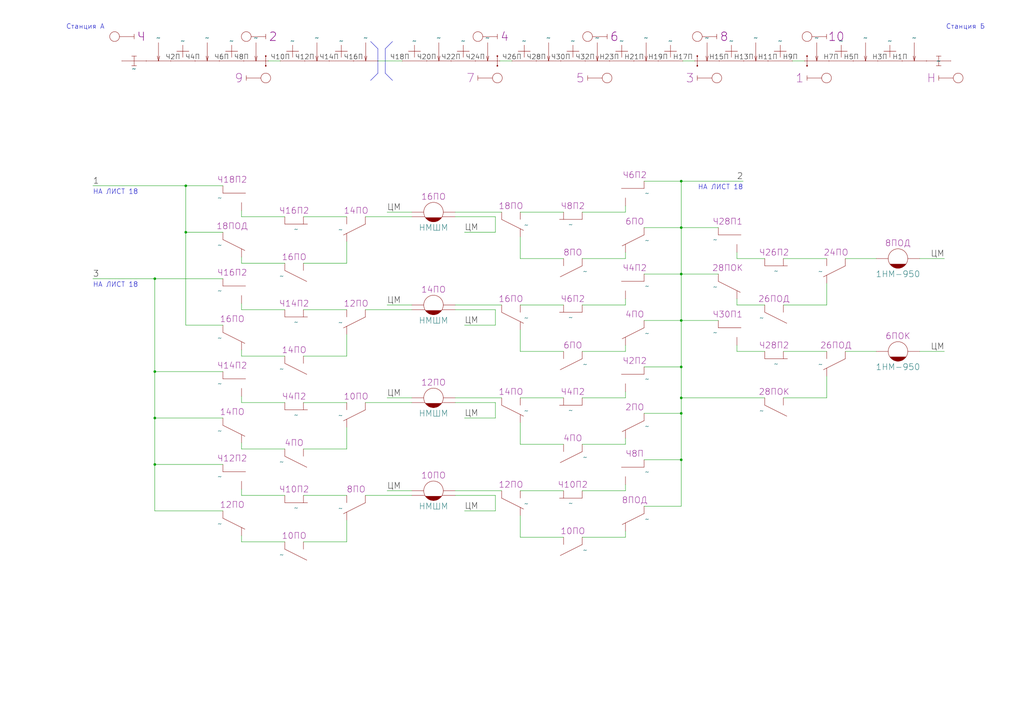
<source format=kicad_sch>
(kicad_sch (version 20231120) (generator "eeschema") (generator_version "8.0")
  (paper "A3")
  (title_block (title "Станция А") (company "МКТ РУТ (МИИТ)") (comment 1 "КП 27.02.03.03.000 ГЧ") (comment 2 "Сафранович") (comment 3 "Бузунова"))
  (lib_symbols
    (symbol "SCB:Изостык" (pin_numbers hide) (pin_names (offset 0) hide)
      (symbol "Изостык_0_1"
        (polyline (pts (xy -1 -2) (xy 1 -2)))
        (polyline (pts (xy 0 -2) (xy 0 2)))
        (polyline (pts (xy 1 2) (xy -1 2)))
      )
      (symbol "Изостык_1_1"
        (unit_name "Одиночный")
        (pin unspecified line (at 0 0 90) (length 0) (name "привязка") (number ""))
      )
      (symbol "Изостык_2_1"
        (unit_name "Со светофором")
        (polyline (pts (xy -5 0) (xy 5 0)))
        (pin unspecified line (at 5 0 180) (length 0) (name "") (number ""))
        (pin unspecified line (at -5 0 0) (length 0) (name "привязка") (number ""))
      )
    )
    (symbol "SCB:Светофор" (pin_numbers hide) (pin_names (offset 0) hide)
      (property "Литера" "?" (at 3 0 0))
      (symbol "Светофор_0_1"
        (circle (center -8 0) (radius 2))
        (polyline (pts (xy 0 -1) (xy 0 1)))
        (polyline (pts (xy 0 0) (xy -6 0)))
      )
    )
    (symbol "SCB:УКСПС" (pin_numbers hide) (pin_names (offset 0) hide)
      (property "Литера" "?УКСПС" (at 0 6 0))
      (symbol "УКСПС_0_1"
        (polyline (pts (xy 0 -2) (xy 0 2)))
      )
      (symbol "УКСПС_1_1"
        (unit_name "Без направления")
        (circle (center 0 -2) (radius 0.25) (fill (type outline)))
        (circle (center 0 2) (radius 0.25) (fill (type outline)))
        (pin unspecified line (at 0 0 90) (length 0) (name "привязка") (number ""))
      )
      (symbol "УКСПС_2_1"
        (unit_name "С направлением")
        (circle (center 0 -2) (radius 0.25) (fill (type outline)))
        (polyline (pts (xy -1.5 2.5) (xy -5.5 2.5)))
        (polyline (pts (xy -5.5 2.5) (xy -4 3) (xy -4 2) (xy -5.5 2.5)) (fill (type outline)))
        (circle (center 0 2) (radius 0.25) (fill (type outline)))
        (pin unspecified line (at 0 0 90) (length 0) (name "привязка") (number ""))
      )
    )
    (symbol "SCB_Relay:Контакт_нейтрального_якоря" (pin_numbers hide) (pin_names hide)
      (property "Обозначение реле" "Н" (at 0 2.54 0))
      (symbol "Контакт_нейтрального_якоря_0_1"
        (polyline (pts (xy -3.81 -3) (xy 5.19 -7.5)))
        (pin bidirectional line (at -3.81 0 270) (length 3) (name "") (number "1"))
      )
      (symbol "Контакт_нейтрального_якоря_1_1"
        (unit_name "Фронтовой-Тыловой")
        (pin bidirectional line (at 3.81 0 270) (length 3) (name "") (number "2"))
        (pin bidirectional line (at 3.81 -10.16 90) (length 3.3) (name "") (number "3"))
      )
      (symbol "Контакт_нейтрального_якоря_2_1"
        (unit_name "Тыловой")
        (pin bidirectional line (at 3.81 -10.16 90) (length 3.3) (name "") (number "3"))
      )
      (symbol "Контакт_нейтрального_якоря_3_1"
        (unit_name "Фронтовой")
        (pin bidirectional line (at 3.81 0 270) (length 3) (name "") (number "2"))
      )
      (symbol "Контакт_нейтрального_якоря_4_1"
        (unit_name "Усиленный перелючающий")
        (polyline (pts (xy 3.81 -10.16) (xy 7.62 -10.16)))
        (polyline (pts (xy 3.81 -8.89) (xy 5.715 -10.16)))
        (polyline (pts (xy 3.81 -6.858) (xy 3.81 -10.16)))
        (polyline (pts (xy 3.81 -1.27) (xy 5.715 0)))
        (polyline (pts (xy 3.81 0) (xy 3.81 -3)))
        (polyline (pts (xy 3.81 0) (xy 7.62 0)))
        (pin bidirectional line (at -3.81 0 270) (length 3) (name "") (number "1"))
        (pin bidirectional line (at 8.89 0 180) (length 2) (name "") (number "2"))
        (pin bidirectional line (at 8.89 -10.16 180) (length 2) (name "") (number "3"))
      )
      (symbol "Контакт_нейтрального_якоря_5_1"
        (unit_name "Усиленный замыкающий")
        (polyline (pts (xy 3.81 -1.27) (xy 5.715 0)))
        (polyline (pts (xy 3.81 0) (xy 3.81 -3)))
        (polyline (pts (xy 3.81 0) (xy 7.62 0)))
        (pin bidirectional line (at 8.89 0 180) (length 2) (name "") (number "2"))
      )
      (symbol "Контакт_нейтрального_якоря_6_1"
        (unit_name "Усиленный размыкающий")
        (polyline (pts (xy 3.81 -8.89) (xy 5.715 -10.16)))
        (polyline (pts (xy 3.81 -6.858) (xy 3.81 -10.16) (xy 6.985 -10.16)))
        (pin bidirectional line (at 8.89 -10.16 180) (length 2) (name "") (number "3"))
      )
      (symbol "Контакт_нейтрального_якоря_7_1"
        (unit_name "С магнитным гашением")
        (polyline (pts (xy 11.43 0) (xy 3.81 0) (xy 3.81 -3)))
        (polyline (pts (xy 3.81 0) (xy 5.5 1) (xy 8.5 -1) (xy 10 0)))
        (pin bidirectional line (at 12.7 0 180) (length 2) (name "") (number "2"))
        (pin bidirectional line (at 3.81 -10.16 90) (length 3.3) (name "") (number "3"))
      )
      (symbol "Контакт_нейтрального_якоря_8_1"
        (unit_name "С безобрывным переключением")
        (arc (start 5.5 -7.5) (mid 6.5355 -5) (end 5.5 -2.5))
        (pin bidirectional line (at 3.81 0 270) (length 3) (name "") (number "2"))
        (pin bidirectional line (at 3.81 -10.16 90) (length 3.3) (name "") (number "3"))
      )
      (symbol "Контакт_нейтрального_якоря_9_1"
        (unit_name "Фронтовой-тыловой термолемента")
        (polyline (pts (xy -3.5 -4.5) (xy -2.5 -5) (xy -2.25 -4.5)))
        (polyline (pts (xy 1.25 -6.5) (xy 1 -7) (xy 2 -7.5)))
        (arc (start 1.25 -6.5) (mid 0.5225 -3.7106) (end -2.25 -4.5))
        (pin bidirectional line (at 3.81 0 270) (length 3) (name "") (number "2"))
        (pin bidirectional line (at 3.81 -10.16 90) (length 3.3) (name "") (number "3"))
      )
      (symbol "Контакт_нейтрального_якоря_10_1"
        (unit_name "Тыловой термолемента")
        (polyline (pts (xy -3.5 -4.5) (xy -2.5 -5) (xy -2.25 -4.5)))
        (polyline (pts (xy 1.25 -6.5) (xy 1 -7) (xy 2 -7.5)))
        (arc (start 1.25 -6.5) (mid 0.5225 -3.7106) (end -2.25 -4.5))
        (pin bidirectional line (at 3.81 -10.16 90) (length 3.3) (name "") (number "3"))
      )
      (symbol "Контакт_нейтрального_якоря_11_1"
        (unit_name "Фронтовой термолемента")
        (polyline (pts (xy -3.5 -4.5) (xy -2.5 -5) (xy -2.25 -4.5)))
        (polyline (pts (xy 1.25 -6.5) (xy 1 -7) (xy 2 -7.5)))
        (arc (start 1.25 -6.5) (mid 0.5225 -3.7106) (end -2.25 -4.5))
        (pin bidirectional line (at 3.81 0 270) (length 3) (name "") (number "2"))
      )
    )
    (symbol "SCB_Relay:Контакт_нейтрального_якоря_НЗ" (pin_numbers hide) (pin_names hide)
      (property "Обозначение реле" "Н" (at 0 2.54 0))
      (symbol "Контакт_нейтрального_якоря_НЗ_0_1"
        (polyline (pts (xy -3.81 -3) (xy 5.5 -3)))
        (pin bidirectional line (at -3.81 0 270) (length 3) (name "") (number "1"))
      )
      (symbol "Контакт_нейтрального_якоря_НЗ_1_1"
        (unit_name "Фронтовой-Тыловой")
        (pin bidirectional line (at 3.81 0 270) (length 3) (name "") (number "2"))
        (pin bidirectional line (at 3.81 -10.16 90) (length 3.3) (name "") (number "3"))
      )
      (symbol "Контакт_нейтрального_якоря_НЗ_2_1"
        (unit_name "Тыловой")
        (pin bidirectional line (at 3.81 -10.16 90) (length 3.3) (name "") (number "3"))
      )
      (symbol "Контакт_нейтрального_якоря_НЗ_3_1"
        (unit_name "Фронтовой")
        (pin bidirectional line (at 3.81 0 270) (length 3) (name "") (number "2"))
      )
      (symbol "Контакт_нейтрального_якоря_НЗ_4_1"
        (unit_name "Усиленный перелючающий")
        (polyline (pts (xy 3.81 -10.16) (xy 7.62 -10.16)))
        (polyline (pts (xy 3.81 -8.89) (xy 5.715 -10.16)))
        (polyline (pts (xy 3.81 -6.858) (xy 3.81 -10.16)))
        (polyline (pts (xy 3.81 -1.27) (xy 5.715 0)))
        (polyline (pts (xy 3.81 0) (xy 3.81 -3)))
        (polyline (pts (xy 3.81 0) (xy 7.62 0)))
        (pin bidirectional line (at -3.81 0 270) (length 3) (name "") (number "1"))
        (pin bidirectional line (at 8.89 0 180) (length 2) (name "") (number "2"))
        (pin bidirectional line (at 8.89 -10.16 180) (length 2) (name "") (number "3"))
      )
      (symbol "Контакт_нейтрального_якоря_НЗ_5_1"
        (unit_name "Усиленный замыкающий")
        (polyline (pts (xy 3.81 -1.27) (xy 5.715 0)))
        (polyline (pts (xy 3.81 0) (xy 3.81 -3)))
        (polyline (pts (xy 3.81 0) (xy 7.62 0)))
        (pin bidirectional line (at 8.89 0 180) (length 2) (name "") (number "2"))
      )
      (symbol "Контакт_нейтрального_якоря_НЗ_6_1"
        (unit_name "Усиленный размыкающий")
        (polyline (pts (xy 3.81 -8.89) (xy 5.715 -10.16)))
        (polyline (pts (xy 3.81 -6.858) (xy 3.81 -10.16) (xy 6.985 -10.16)))
        (pin bidirectional line (at 8.89 -10.16 180) (length 2) (name "") (number "3"))
      )
      (symbol "Контакт_нейтрального_якоря_НЗ_7_1"
        (unit_name "С магнитным гашением")
        (polyline (pts (xy 11.43 0) (xy 3.81 0) (xy 3.81 -3)))
        (polyline (pts (xy 3.81 0) (xy 5.5 1) (xy 8.5 -1) (xy 10 0)))
        (pin bidirectional line (at 12.7 0 180) (length 2) (name "") (number "2"))
        (pin bidirectional line (at 3.81 -10.16 90) (length 3.3) (name "") (number "3"))
      )
      (symbol "Контакт_нейтрального_якоря_НЗ_8_1"
        (unit_name "С безобрывным переключением")
        (arc (start 5.5 -7.5) (mid 6.5355 -5) (end 5.5 -2.5))
        (pin bidirectional line (at 3.81 0 270) (length 3) (name "") (number "2"))
        (pin bidirectional line (at 3.81 -10.16 90) (length 3.3) (name "") (number "3"))
      )
    )
    (symbol "SCB_Relay:Нейтральное_с_замедлением_на_отпуск" (pin_numbers hide) (pin_names (offset 0.002) hide)
      (property "Value" "НМШМ" (at 0 -6.35 0))
      (property "Обозначение реле" "Н" (at 0 6.35 0))
      (symbol "Нейтральное_с_замедлением_на_отпуск_0_1"
        (polyline (pts (xy -3.25 -2.25) (xy 3.25 -2.25) (xy 2.5 -3) (xy 1.778 -3.556) (xy 1.016 -3.81) (xy 0 -4) (xy -1.016 -3.81) (xy -1.778 -3.556) (xy -2.5 -3) (xy -3.25 -2.25)) (fill (type outline)))
        (circle (center 0 0) (radius 4))
      )
      (symbol "Нейтральное_с_замедлением_на_отпуск_1_1"
        (unit_name "Общее")
        (pin power_in line (at -8.89 0 0) (length 4.8) (name "") (number "1"))
        (pin power_in line (at 8.89 0 180) (length 4.8) (name "") (number "4"))
      )
      (symbol "Нейтральное_с_замедлением_на_отпуск_2_1"
        (unit_name "С раздельными")
        (pin power_in line (at -8.89 0 0) (length 4.8) (name "") (number "1"))
        (pin power_in line (at -8.89 -1.905 0) (length 5.3) (name "") (number "2"))
        (pin power_in line (at 8.89 0 180) (length 4.8) (name "") (number "3"))
        (pin power_in line (at 8.89 -1.905 180) (length 5.3) (name "") (number "4"))
      )
    )
    (symbol "SCB_АБТЦ:Генератор_Нитки"
      (symbol "Генератор_Нитки_0_1"
        (polyline (pts (xy 0 0) (xy -0.5 -2)))
        (polyline (pts (xy 0 0) (xy 0 -7.5)))
        (polyline (pts (xy 0 0) (xy 0.5 -2)))
        (polyline (pts (xy 5 0) (xy -5 0)))
      )
      (symbol "Генератор_Нитки_1_1"
        (pin unspecified line (at -5 0 0) (length 0) (name "") (number ""))
        (pin unspecified line (at 5 0 180) (length 0) (name "") (number ""))
      )
    )
    (symbol "SCB_АБТЦ:Приемник_Нитки"
      (symbol "Приемник_Нитки_0_1"
        (polyline (pts (xy -5 0) (xy 5 0)))
        (polyline (pts (xy 0 -1.5) (xy 0 -6.5)))
        (polyline (pts (xy 2.5 -4) (xy -2.5 -4)))
      )
      (symbol "Приемник_Нитки_1_1"
        (pin unspecified line (at -5 0 0) (length 0) (name "") (number ""))
        (pin unspecified line (at 5 0 180) (length 0) (name "") (number ""))
      )
    )
  )
  (junction (at 279.4 169.545))
  (junction (at 63.5 114.3))
  (junction (at 63.5 190.5))
  (junction (at 279.4 74.295))
  (junction (at 279.4 188.595))
  (junction (at 63.5 152.4))
  (junction (at 76.2 76.2))
  (junction (at 279.4 131.445))
  (junction (at 279.4 163.195))
  (junction (at 63.5 171.45))
  (junction (at 279.4 150.495))
  (junction (at 279.4 112.395))
  (junction (at 279.4 93.345))
  (junction (at 76.2 95.25))
  (wire (pts (xy 279.4 74.295) (xy 304.8 74.295)))
  (wire (pts (xy 279.4 163.195) (xy 279.4 150.495)))
  (wire (pts (xy 256.54 198.755) (xy 256.54 201.295)))
  (wire (pts (xy 359.41 144.145) (xy 346.71 144.145)))
  (wire (pts (xy 76.2 95.25) (xy 91.44 95.25)))
  (wire (pts (xy 264.16 169.545) (xy 279.4 169.545)))
  (wire (pts (xy 256.54 106.045) (xy 238.76 106.045)))
  (wire (pts (xy 256.54 201.295) (xy 238.76 201.295)))
  (wire (pts (xy 149.86 127) (xy 168.91 127)))
  (wire (pts (xy 142.24 99.06) (xy 142.24 107.95)))
  (wire (pts (xy 142.24 146.05) (xy 124.46 146.05)))
  (wire (pts (xy 280 25) (xy 285 25)))
  (wire (pts (xy 279.4 131.445) (xy 294.64 131.445)))
  (wire (pts (xy 387.35 144.145) (xy 377.19 144.145)))
  (wire (pts (xy 142.24 137.16) (xy 142.24 146.05)))
  (wire (pts (xy 124.46 203.2) (xy 142.24 203.2)))
  (wire (pts (xy 264.16 207.645) (xy 279.4 207.645)))
  (wire (pts (xy 186.69 163.195) (xy 205.74 163.195)))
  (wire (pts (xy 99.06 88.9) (xy 116.84 88.9)))
  (wire (pts (xy 63.5 171.45) (xy 63.5 152.4)))
  (wire (pts (xy 339.09 106.045) (xy 321.31 106.045)))
  (wire (pts (xy 279.4 74.295) (xy 264.16 74.295)))
  (wire (pts (xy 149.86 203.2) (xy 168.91 203.2)))
  (wire (pts (xy 279.4 188.595) (xy 279.4 207.645)))
  (wire (pts (xy 63.5 152.4) (xy 63.5 114.3)))
  (wire (pts (xy 279.4 93.345) (xy 279.4 112.395)))
  (wire (pts (xy 190.5 95.25) (xy 203.2 95.25)))
  (wire (pts (xy 63.5 171.45) (xy 91.44 171.45)))
  (wire (pts (xy 99.06 105.41) (xy 99.06 107.95)))
  (wire (pts (xy 142.24 213.36) (xy 142.24 222.25)))
  (wire (pts (xy 186.69 201.295) (xy 205.74 201.295)))
  (wire (pts (xy 186.69 125.095) (xy 205.74 125.095)))
  (wire (pts (xy 205 25) (xy 210 25)))
  (wire (pts (xy 256.54 182.245) (xy 238.76 182.245)))
  (wire (pts (xy 99.06 86.36) (xy 99.06 88.9)))
  (wire (pts (xy 256.54 144.145) (xy 238.76 144.145)))
  (wire (pts (xy 325 25) (xy 330 25)))
  (wire (pts (xy 63.5 190.5) (xy 91.44 190.5)))
  (wire (pts (xy 313.69 144.145) (xy 302.26 144.145)))
  (wire (pts (xy 203.2 165.1) (xy 186.69 165.1)))
  (wire (pts (xy 213.36 106.045) (xy 231.14 106.045)))
  (wire (pts (xy 142.24 184.15) (xy 124.46 184.15)))
  (wire (pts (xy 76.2 76.2) (xy 76.2 95.25)))
  (wire (pts (xy 91.44 133.35) (xy 76.2 133.35)))
  (wire (pts (xy 99.06 146.05) (xy 116.84 146.05)))
  (wire (pts (xy 203.2 171.45) (xy 203.2 165.1)))
  (wire (pts (xy 279.4 74.295) (xy 279.4 93.345)))
  (wire (pts (xy 279.4 112.395) (xy 279.4 131.445)))
  (wire (pts (xy 231.14 201.295) (xy 213.36 201.295)))
  (wire (pts (xy 213.36 97.155) (xy 213.36 106.045)))
  (wire (pts (xy 158.75 86.995) (xy 168.91 86.995)))
  (polyline (pts (xy 155 20) (xy 155 30)))
  (wire (pts (xy 63.5 209.55) (xy 63.5 190.5)))
  (wire (pts (xy 99.06 222.25) (xy 116.84 222.25)))
  (wire (pts (xy 279.4 169.545) (xy 279.4 163.195)))
  (polyline (pts (xy 158 20) (xy 158 30)))
  (wire (pts (xy 256.54 103.505) (xy 256.54 106.045)))
  (wire (pts (xy 387.35 106.045) (xy 377.19 106.045)))
  (wire (pts (xy 302.26 122.555) (xy 302.26 125.095)))
  (wire (pts (xy 203.2 88.9) (xy 186.69 88.9)))
  (wire (pts (xy 279.4 131.445) (xy 279.4 150.495)))
  (polyline (pts (xy 158 30) (xy 161 33)))
  (wire (pts (xy 149.86 88.9) (xy 168.91 88.9)))
  (wire (pts (xy 158.75 201.295) (xy 168.91 201.295)))
  (wire (pts (xy 190.5 133.35) (xy 203.2 133.35)))
  (wire (pts (xy 279.4 163.195) (xy 313.69 163.195)))
  (wire (pts (xy 231.14 163.195) (xy 213.36 163.195)))
  (wire (pts (xy 203.2 95.25) (xy 203.2 88.9)))
  (wire (pts (xy 213.36 135.255) (xy 213.36 144.145)))
  (wire (pts (xy 99.06 184.15) (xy 116.84 184.15)))
  (wire (pts (xy 99.06 181.61) (xy 99.06 184.15)))
  (wire (pts (xy 279.4 131.445) (xy 264.16 131.445)))
  (wire (pts (xy 124.46 165.1) (xy 142.24 165.1)))
  (wire (pts (xy 99.06 124.46) (xy 99.06 127)))
  (wire (pts (xy 76.2 95.25) (xy 76.2 133.35)))
  (wire (pts (xy 142.24 107.95) (xy 124.46 107.95)))
  (wire (pts (xy 99.06 107.95) (xy 116.84 107.95)))
  (wire (pts (xy 256.54 122.555) (xy 256.54 125.095)))
  (wire (pts (xy 213.36 211.455) (xy 213.36 220.345)))
  (wire (pts (xy 99.06 219.71) (xy 99.06 222.25)))
  (wire (pts (xy 339.09 144.145) (xy 321.31 144.145)))
  (wire (pts (xy 213.36 173.355) (xy 213.36 182.245)))
  (wire (pts (xy 99.06 165.1) (xy 116.84 165.1)))
  (wire (pts (xy 149.86 165.1) (xy 168.91 165.1)))
  (wire (pts (xy 142.24 175.26) (xy 142.24 184.15)))
  (wire (pts (xy 238.76 220.345) (xy 256.54 220.345)))
  (wire (pts (xy 279.4 150.495) (xy 264.16 150.495)))
  (wire (pts (xy 339.09 116.205) (xy 339.09 125.095)))
  (wire (pts (xy 99.06 200.66) (xy 99.06 203.2)))
  (wire (pts (xy 256.54 217.805) (xy 256.54 220.345)))
  (wire (pts (xy 155 25) (xy 165 25)))
  (wire (pts (xy 124.46 127) (xy 142.24 127)))
  (wire (pts (xy 302.26 103.505) (xy 302.26 106.045)))
  (wire (pts (xy 231.14 86.995) (xy 213.36 86.995)))
  (wire (pts (xy 302.26 125.095) (xy 313.69 125.095)))
  (wire (pts (xy 256.54 86.995) (xy 238.76 86.995)))
  (wire (pts (xy 190.5 209.55) (xy 203.2 209.55)))
  (polyline (pts (xy 152 17) (xy 155 20)))
  (wire (pts (xy 213.36 182.245) (xy 231.14 182.245)))
  (wire (pts (xy 231.14 125.095) (xy 213.36 125.095)))
  (wire (pts (xy 63.5 114.3) (xy 38.1 114.3)))
  (wire (pts (xy 99.06 162.56) (xy 99.06 165.1)))
  (wire (pts (xy 339.09 163.195) (xy 321.31 163.195)))
  (wire (pts (xy 203.2 127) (xy 186.69 127)))
  (wire (pts (xy 99.06 143.51) (xy 99.06 146.05)))
  (wire (pts (xy 142.24 222.25) (xy 124.46 222.25)))
  (wire (pts (xy 256.54 163.195) (xy 238.76 163.195)))
  (wire (pts (xy 256.54 141.605) (xy 256.54 144.145)))
  (wire (pts (xy 158.75 163.195) (xy 168.91 163.195)))
  (wire (pts (xy 76.2 76.2) (xy 91.44 76.2)))
  (wire (pts (xy 190.5 171.45) (xy 203.2 171.45)))
  (wire (pts (xy 63.5 152.4) (xy 91.44 152.4)))
  (wire (pts (xy 279.4 93.345) (xy 264.16 93.345)))
  (wire (pts (xy 279.4 93.345) (xy 294.64 93.345)))
  (wire (pts (xy 99.06 127) (xy 116.84 127)))
  (polyline (pts (xy 161 17) (xy 158 20)))
  (wire (pts (xy 110 25) (xy 115 25)))
  (wire (pts (xy 213.36 220.345) (xy 231.14 220.345)))
  (wire (pts (xy 186.69 86.995) (xy 205.74 86.995)))
  (wire (pts (xy 63.5 209.55) (xy 91.44 209.55)))
  (wire (pts (xy 256.54 84.455) (xy 256.54 86.995)))
  (wire (pts (xy 339.09 154.305) (xy 339.09 163.195)))
  (wire (pts (xy 63.5 114.3) (xy 91.44 114.3)))
  (wire (pts (xy 264.16 188.595) (xy 279.4 188.595)))
  (wire (pts (xy 279.4 112.395) (xy 264.16 112.395)))
  (wire (pts (xy 279.4 169.545) (xy 279.4 188.595)))
  (wire (pts (xy 294.64 112.395) (xy 279.4 112.395)))
  (wire (pts (xy 213.36 144.145) (xy 231.14 144.145)))
  (wire (pts (xy 158.75 125.095) (xy 168.91 125.095)))
  (wire (pts (xy 203.2 209.55) (xy 203.2 203.2)))
  (wire (pts (xy 63.5 190.5) (xy 63.5 171.45)))
  (wire (pts (xy 256.54 179.705) (xy 256.54 182.245)))
  (wire (pts (xy 359.41 106.045) (xy 346.71 106.045)))
  (wire (pts (xy 256.54 160.655) (xy 256.54 163.195)))
  (wire (pts (xy 203.2 203.2) (xy 186.69 203.2)))
  (wire (pts (xy 339.09 125.095) (xy 321.31 125.095)))
  (wire (pts (xy 302.26 141.605) (xy 302.26 144.145)))
  (wire (pts (xy 313.69 106.045) (xy 302.26 106.045)))
  (wire (pts (xy 203.2 133.35) (xy 203.2 127)))
  (polyline (pts (xy 152 33) (xy 155 30)))
  (wire (pts (xy 99.06 203.2) (xy 116.84 203.2)))
  (wire (pts (xy 256.54 125.095) (xy 238.76 125.095)))
  (wire (pts (xy 76.2 76.2) (xy 38.1 76.2)))
  (wire (pts (xy 124.46 88.9) (xy 142.24 88.9)))
  (text "НА ЛИСТ 18" (at 304.8 76.835 0) (effects (font (size 2 2)) (justify right)))
  (text "Станция А" (at 35 11 0) (effects (font (size 2 2))))
  (text "НА ЛИСТ 18" (at 38.1 78.74 0) (effects (font (size 2 2)) (justify left)))
  (text "НА ЛИСТ 18" (at 38.1 116.84 0) (effects (font (size 2 2)) (justify left)))
  (text "Станция Б" (at 396 11 0) (effects (font (size 2 2))))
  (label "3" (at 38.1 114.3 0) (effects (font (size 2.5 2.5))) (property "Netclass" "Цепь" (effects (hide yes))))
  (label "Ч28П" (at 216 25 0) (effects (font (size 2 2))) (property "Netclass" "Рельсы" (effects (hide yes))))
  (label "Ч16П" (at 141 25 0) (effects (font (size 2 2))) (property "Netclass" "Рельсы" (effects (hide yes))))
  (label "Н21П" (at 256 25 0) (effects (font (size 2 2))) (property "Netclass" "Рельсы" (effects (hide yes))))
  (label "Н1П" (at 366 25 0) (effects (font (size 2 2))) (property "Netclass" "Рельсы" (effects (hide yes))))
  (label "ЦМ" (at 387.35 106.045 180) (effects (font (size 2.5 2.5))) (property "Netclass" "Цепь" (effects (hide yes))))
  (label "Н9П" (at 321 25 0) (effects (font (size 2 2))) (property "Netclass" "Рельсы" (effects (hide yes))))
  (label "ЦМ" (at 190.5 133.35 0) (effects (font (size 2.5 2.5))) (property "Netclass" "Цепь" (effects (hide yes))))
  (label "ЦМ" (at 387.35 144.145 180) (effects (font (size 2.5 2.5))) (property "Netclass" "Цепь" (effects (hide yes))))
  (label "Н11П" (at 319 25 180) (effects (font (size 2 2))) (property "Netclass" "Рельсы" (effects (hide yes))))
  (label "Ч24П" (at 191 25 0) (effects (font (size 2 2))) (property "Netclass" "Рельсы" (effects (hide yes))))
  (label "Ч12П" (at 121 25 0) (effects (font (size 2 2))) (property "Netclass" "Рельсы" (effects (hide yes))))
  (label "ЦМ" (at 190.5 171.45 0) (effects (font (size 2.5 2.5))) (property "Netclass" "Цепь" (effects (hide yes))))
  (label "Н3П" (at 364 25 180) (effects (font (size 2 2))) (property "Netclass" "Рельсы" (effects (hide yes))))
  (label "Ч6П" (at 94 25 180) (effects (font (size 2 2))) (property "Netclass" "Рельсы" (effects (hide yes))))
  (label "Ч10П" (at 119 25 180) (effects (font (size 2 2))) (property "Netclass" "Рельсы" (effects (hide yes))))
  (label "Н17П" (at 276 25 0) (effects (font (size 2 2))) (property "Netclass" "Рельсы" (effects (hide yes))))
  (label "ЦМ" (at 158.75 125.095 0) (effects (font (size 2.5 2.5))) (property "Netclass" "Цепь" (effects (hide yes))))
  (label "Н15П" (at 299 25 180) (effects (font (size 2 2))) (property "Netclass" "Рельсы" (effects (hide yes))))
  (label "Ч18П" (at 168 25 180) (effects (font (size 2 2))) (property "Netclass" "Рельсы" (effects (hide yes))))
  (label "Н5П" (at 346 25 0) (effects (font (size 2 2))) (property "Netclass" "Рельсы" (effects (hide yes))))
  (label "Ч26П" (at 214 25 180) (effects (font (size 2 2))) (property "Netclass" "Рельсы" (effects (hide yes))))
  (label "Н23П" (at 254 25 180) (effects (font (size 2 2))) (property "Netclass" "Рельсы" (effects (hide yes))))
  (label "Ч8П" (at 96 25 0) (effects (font (size 2 2))) (property "Netclass" "Рельсы" (effects (hide yes))))
  (label "ЦМ" (at 190.5 95.25 0) (effects (font (size 2.5 2.5))) (property "Netclass" "Цепь" (effects (hide yes))))
  (label "2" (at 304.8 74.295 180) (effects (font (size 2.5 2.5))) (property "Netclass" "Цепь" (effects (hide yes))))
  (label "Н7П" (at 344 25 180) (effects (font (size 2 2))) (property "Netclass" "Рельсы" (effects (hide yes))))
  (label "Ч4П" (at 76 25 0) (effects (font (size 2 2))) (property "Netclass" "Рельсы" (effects (hide yes))))
  (label "Ч30П" (at 234 25 180) (effects (font (size 2 2))) (property "Netclass" "Рельсы" (effects (hide yes))))
  (label "Ч20П" (at 171 25 0) (effects (font (size 2 2))) (property "Netclass" "Рельсы" (effects (hide yes))))
  (label "Ч2П" (at 74 25 180) (effects (font (size 2 2))) (property "Netclass" "Рельсы" (effects (hide yes))))
  (label "ЦМ" (at 190.5 209.55 0) (effects (font (size 2.5 2.5))) (property "Netclass" "Цепь" (effects (hide yes))))
  (label "Ч14П" (at 139 25 180) (effects (font (size 2 2))) (property "Netclass" "Рельсы" (effects (hide yes))))
  (label "Н13П" (at 301 25 0) (effects (font (size 2 2))) (property "Netclass" "Рельсы" (effects (hide yes))))
  (label "ЦМ" (at 158.75 201.295 0) (effects (font (size 2.5 2.5))) (property "Netclass" "Цепь" (effects (hide yes))))
  (label "ЦМ" (at 158.75 163.195 0) (effects (font (size 2.5 2.5))) (property "Netclass" "Цепь" (effects (hide yes))))
  (label "Н19П" (at 274 25 180) (effects (font (size 2 2))) (property "Netclass" "Рельсы" (effects (hide yes))))
  (label "ЦМ" (at 158.75 86.995 0) (effects (font (size 2.5 2.5))) (property "Netclass" "Цепь" (effects (hide yes))))
  (label "1" (at 38.1 76.2 0) (effects (font (size 2.5 2.5))) (property "Netclass" "Цепь" (effects (hide yes))))
  (label "Ч32П" (at 236 25 0) (effects (font (size 2 2))) (property "Netclass" "Рельсы" (effects (hide yes))))
  (label "Ч22П" (at 189 25 180) (effects (font (size 2 2))) (property "Netclass" "Рельсы" (effects (hide yes))))
  (symbol (lib_id "SCB_Relay:Контакт_нейтрального_якоря") (at 298.45 112.395 0) (unit 2)
    (property "Reference" "Н1121" (effects (hide yes)))
    (property "Value" "~" (at 293.37 117.645 0) (effects (font (size 2.5 2.5))))
    (property "Обозначение реле" "28ПОК" (at 298.45 109.855 0) (effects (font (size 2.5 2.5))))
  )
  (symbol (lib_name "SCB_Relay:Контакт_нейтрального_якоря") (lib_id "SCB_Relay:Контакт_нейтрального_якоря") (at 95.25 209.55 0) (unit 2)
    (property "Reference" "Н111111" (effects (hide yes)))
    (property "Value" "~" (at 90.17 214.8 0) (effects (font (size 2.5 2.5))))
    (property "Обозначение реле" "12ПО" (at 95.25 207.01 0) (effects (font (size 2.5 2.5))))
  )
  (symbol (lib_id "SCB:Светофор") (at 241 32 180) (unit 1)
    (property "Reference" "Светофор11111" (effects (hide yes)))
    (property "Литера" "5" (at 238 32 0) (effects (font (size 3.5 3.5))))
  )
  (symbol (lib_name "SCB_Relay:Контакт_нейтрального_якоря") (lib_id "SCB_Relay:Контакт_нейтрального_якоря") (at 260.35 207.645 0) (mirror y) (unit 2)
    (property "Reference" "Н1111131" (effects (hide yes)))
    (property "Value" "~" (at 265.43 212.895 0) (effects (font (size 2.5 2.5))))
    (property "Обозначение реле" "8ПОД" (at 260.35 205.105 0) (effects (font (size 2.5 2.5))))
  )
  (symbol (lib_id "SCB_Relay:Контакт_нейтрального_якоря_НЗ") (at 260.35 188.595 0) (mirror y) (unit 2)
    (property "Reference" "Н131114" (effects (hide yes)))
    (property "Value" "~" (at 265.43 193.525 0) (effects (font (size 2.5 2.5))))
    (property "Обозначение реле" "Ч8П" (at 260.35 186.055 0) (effects (font (size 2.5 2.5))))
  )
  (symbol (lib_name "SCB_АБТЦ:Генератор_Нитки") (lib_id "SCB_АБТЦ:Генератор_Нитки") (at 85 25 180) (unit 1)
    (property "Reference" "Генератор1111111" (effects (hide yes)))
    (property "Value" "~" (at 85 15.48 0) (effects (font (size 2.5 2.5))))
  )
  (symbol (lib_name "SCB_АБТЦ:Генератор_Нитки") (lib_id "SCB_АБТЦ:Генератор_Нитки") (at 355 25 180) (unit 1)
    (property "Reference" "Генератор11111191" (effects (hide yes)))
    (property "Value" "~" (at 355 15.48 0) (effects (font (size 2.5 2.5))))
  )
  (symbol (lib_name "SCB_АБТЦ:Генератор_Нитки") (lib_id "SCB_АБТЦ:Генератор_Нитки") (at 105 25 180) (unit 1)
    (property "Reference" "Генератор1111121" (effects (hide yes)))
    (property "Value" "~" (at 105 15.48 0) (effects (font (size 2.5 2.5))))
  )
  (symbol (lib_name "SCB_Relay:Контакт_нейтрального_якоря_НЗ") (lib_id "SCB_Relay:Контакт_нейтрального_якоря_НЗ") (at 95.25 152.4 0) (unit 2)
    (property "Reference" "Н131111" (effects (hide yes)))
    (property "Value" "~" (at 90.17 157.33 0) (effects (font (size 2.5 2.5))))
    (property "Обозначение реле" "Ч14П2" (at 95.25 149.86 0) (effects (font (size 2.5 2.5))))
  )
  (symbol (lib_name "SCB_Relay:Контакт_нейтрального_якоря") (lib_id "SCB_Relay:Контакт_нейтрального_якоря") (at 120.65 146.05 0) (unit 3)
    (property "Reference" "Н1121" (effects (hide yes)))
    (property "Value" "~" (at 115.57 151.3 0) (effects (font (size 2.5 2.5))))
    (property "Обозначение реле" "14ПО" (at 120.65 143.51 0) (effects (font (size 2.5 2.5))))
  )
  (symbol (lib_name "SCB_Relay:Контакт_нейтрального_якоря") (lib_id "SCB_Relay:Контакт_нейтрального_якоря") (at 120.65 184.15 0) (unit 3)
    (property "Reference" "Н1122" (effects (hide yes)))
    (property "Value" "~" (at 115.57 189.4 0) (effects (font (size 2.5 2.5))))
    (property "Обозначение реле" "4ПО" (at 120.65 181.61 0) (effects (font (size 2.5 2.5))))
  )
  (symbol (lib_name "SCB_Relay:Контакт_нейтрального_якоря_НЗ") (lib_id "SCB_Relay:Контакт_нейтрального_якоря_НЗ") (at 234.95 163.195 0) (mirror y) (unit 3)
    (property "Reference" "Н11112" (effects (hide yes)))
    (property "Value" "~" (at 234.105 168.275 0) (effects (font (size 2.5 2.5))))
    (property "Обозначение реле" "Ч4П2" (at 234.95 160.655 0) (effects (font (size 2.5 2.5))))
  )
  (symbol (lib_name "SCB_Relay:Контакт_нейтрального_якоря") (lib_id "SCB_Relay:Контакт_нейтрального_якоря") (at 209.55 125.095 0) (unit 1)
    (property "Reference" "Н11211" (effects (hide yes)))
    (property "Value" "~" (at 215.9 130.345 0) (effects (font (size 2.5 2.5))))
    (property "Обозначение реле" "16ПО" (at 209.55 122.555 0) (effects (font (size 2.5 2.5))))
  )
  (symbol (lib_id "SCB:Светофор") (at 385 32 180) (unit 1)
    (property "Reference" "Светофор1131" (effects (hide yes)))
    (property "Литера" "Н" (at 382 32 0) (effects (font (size 3.5 3.5))))
  )
  (symbol (lib_name "SCB_Relay:Контакт_нейтрального_якоря") (lib_id "SCB_Relay:Контакт_нейтрального_якоря") (at 120.65 222.25 0) (unit 3)
    (property "Reference" "Н1123" (effects (hide yes)))
    (property "Value" "~" (at 115.57 227.5 0) (effects (font (size 2.5 2.5))))
    (property "Обозначение реле" "10ПО" (at 120.65 219.71 0) (effects (font (size 2.5 2.5))))
  )
  (symbol (lib_name "SCB_Relay:Контакт_нейтрального_якоря") (lib_id "SCB_Relay:Контакт_нейтрального_якоря") (at 146.05 127 0) (mirror y) (unit 1)
    (property "Reference" "Н1111" (effects (hide yes)))
    (property "Value" "~" (at 139.7 132.25 0) (effects (font (size 2.5 2.5))))
    (property "Обозначение реле" "12ПО" (at 146.05 124.46 0) (effects (font (size 2.5 2.5))))
  )
  (symbol (lib_name "SCB_АБТЦ:Генератор_Нитки") (lib_id "SCB_АБТЦ:Генератор_Нитки") (at 265 25 180) (unit 1)
    (property "Reference" "Генератор11111151" (effects (hide yes)))
    (property "Value" "~" (at 265 15.48 0) (effects (font (size 2.5 2.5))))
  )
  (symbol (lib_name "SCB_Relay:Контакт_нейтрального_якоря") (lib_id "SCB_Relay:Контакт_нейтрального_якоря") (at 95.25 171.45 0) (unit 2)
    (property "Reference" "Н111111" (effects (hide yes)))
    (property "Value" "~" (at 90.17 176.7 0) (effects (font (size 2.5 2.5))))
    (property "Обозначение реле" "14ПО" (at 95.25 168.91 0) (effects (font (size 2.5 2.5))))
  )
  (symbol (lib_name "SCB_АБТЦ:Приемник_Нитки") (lib_id "SCB_АБТЦ:Приемник_Нитки") (at 95 25 180) (unit 1)
    (property "Reference" "Приемник11121" (effects (hide yes)))
    (property "Value" "~" (at 95 16.75 0) (effects (font (size 2.5 2.5))))
  )
  (symbol (lib_name "SCB_Relay:Контакт_нейтрального_якоря_НЗ") (lib_id "SCB_Relay:Контакт_нейтрального_якоря_НЗ") (at 260.35 150.495 0) (mirror y) (unit 2)
    (property "Reference" "Н131114" (effects (hide yes)))
    (property "Value" "~" (at 265.43 155.425 0) (effects (font (size 2.5 2.5))))
    (property "Обозначение реле" "Ч2П2" (at 260.35 147.955 0) (effects (font (size 2.5 2.5))))
  )
  (symbol (lib_name "SCB_Relay:Контакт_нейтрального_якоря_НЗ") (lib_id "SCB_Relay:Контакт_нейтрального_якоря_НЗ") (at 234.95 86.995 0) (mirror y) (unit 3)
    (property "Reference" "Н1114" (effects (hide yes)))
    (property "Value" "~" (at 234.105 92.075 0) (effects (font (size 2.5 2.5))))
    (property "Обозначение реле" "Ч8П2" (at 234.95 84.455 0) (effects (font (size 2.5 2.5))))
  )
  (symbol (lib_id "SCB_Relay:Нейтральное_с_замедлением_на_отпуск") (at 177.8 86.995 0) (unit 2)
    (property "Reference" "Н11" (effects (hide yes)))
    (property "Value" "НМШМ" (at 177.8 93.345 0) (effects (font (size 2.5 2.5))))
    (property "Обозначение реле" "16ПО" (at 177.8 80.645 0) (effects (font (size 2.5 2.5))))
  )
  (symbol (lib_name "SCB_Relay:Контакт_нейтрального_якоря") (lib_id "SCB_Relay:Контакт_нейтрального_якоря") (at 146.05 203.2 0) (mirror y) (unit 1)
    (property "Reference" "Н11151" (effects (hide yes)))
    (property "Value" "~" (at 139.7 208.45 0) (effects (font (size 2.5 2.5))))
    (property "Обозначение реле" "8ПО" (at 146.05 200.66 0) (effects (font (size 2.5 2.5))))
  )
  (symbol (lib_name "SCB_Relay:Контакт_нейтрального_якоря_НЗ") (lib_id "SCB_Relay:Контакт_нейтрального_якоря_НЗ") (at 120.65 165.1 0) (unit 3)
    (property "Reference" "Н1113" (effects (hide yes)))
    (property "Value" "~" (at 121.495 170.18 0) (effects (font (size 2.5 2.5))))
    (property "Обозначение реле" "Ч4П2" (at 120.65 162.56 0) (effects (font (size 2.5 2.5))))
  )
  (symbol (lib_id "SCB:УКСПС") (at 331 25 0) (unit 1)
    (property "Reference" "УКСПС131" (effects (hide yes)))
    (property "Литера" "?УКСПС" (effects (hide yes)))
  )
  (symbol (lib_name "SCB_АБТЦ:Генератор_Нитки") (lib_id "SCB_АБТЦ:Генератор_Нитки") (at 335 25 180) (unit 1)
    (property "Reference" "Генератор11111181" (effects (hide yes)))
    (property "Value" "~" (at 335 15.48 0) (effects (font (size 2.5 2.5))))
  )
  (symbol (lib_name "SCB_Relay:Контакт_нейтрального_якоря_НЗ") (lib_id "SCB_Relay:Контакт_нейтрального_якоря_НЗ") (at 95.25 76.2 0) (unit 2)
    (property "Reference" "Н1311" (effects (hide yes)))
    (property "Value" "~" (at 90.17 81.13 0) (effects (font (size 2.5 2.5))))
    (property "Обозначение реле" "Ч18П2" (at 95.25 73.66 0) (effects (font (size 2.5 2.5))))
  )
  (symbol (lib_name "SCB_АБТЦ:Приемник_Нитки") (lib_id "SCB_АБТЦ:Приемник_Нитки") (at 190 25 180) (unit 1)
    (property "Reference" "Приемник11111121" (effects (hide yes)))
    (property "Value" "~" (at 190 16.75 0) (effects (font (size 2.5 2.5))))
  )
  (symbol (lib_name "SCB_Relay:Контакт_нейтрального_якоря") (lib_id "SCB_Relay:Контакт_нейтрального_якоря") (at 234.95 182.245 0) (mirror y) (unit 3)
    (property "Reference" "Н11213" (effects (hide yes)))
    (property "Value" "~" (at 240.03 187.495 0) (effects (font (size 2.5 2.5))))
    (property "Обозначение реле" "4ПО" (at 234.95 179.705 0) (effects (font (size 2.5 2.5))))
  )
  (symbol (lib_name "SCB_Relay:Контакт_нейтрального_якоря_НЗ") (lib_id "SCB_Relay:Контакт_нейтрального_якоря_НЗ") (at 260.35 74.295 0) (mirror y) (unit 2)
    (property "Reference" "Н13111" (effects (hide yes)))
    (property "Value" "~" (at 265.43 79.225 0) (effects (font (size 2.5 2.5))))
    (property "Обозначение реле" "Ч6П2" (at 260.35 71.755 0) (effects (font (size 2.5 2.5))))
  )
  (symbol (lib_name "SCB_АБТЦ:Приемник_Нитки") (lib_id "SCB_АБТЦ:Приемник_Нитки") (at 215 25 180) (unit 1)
    (property "Reference" "Приемник1111131" (effects (hide yes)))
    (property "Value" "~" (at 215 16.75 0) (effects (font (size 2.5 2.5))))
  )
  (symbol (lib_name "SCB_Relay:Контакт_нейтрального_якоря") (lib_id "SCB_Relay:Контакт_нейтрального_якоря") (at 146.05 165.1 0) (mirror y) (unit 1)
    (property "Reference" "Н1115" (effects (hide yes)))
    (property "Value" "~" (at 139.7 170.35 0) (effects (font (size 2.5 2.5))))
    (property "Обозначение реле" "10ПО" (at 146.05 162.56 0) (effects (font (size 2.5 2.5))))
  )
  (symbol (lib_id "SCB:Светофор") (at 109 15 0) (unit 1)
    (property "Reference" "Светофор131" (effects (hide yes)))
    (property "Литера" "2" (at 112 15 0) (effects (font (size 3.5 3.5))))
  )
  (symbol (lib_name "SCB_АБТЦ:Приемник_Нитки") (lib_id "SCB_АБТЦ:Приемник_Нитки") (at 75 25 180) (unit 1)
    (property "Reference" "Приемник11111" (effects (hide yes)))
    (property "Value" "~" (at 75 16.75 0) (effects (font (size 2.5 2.5))))
  )
  (symbol (lib_id "SCB:УКСПС") (at 286 25 0) (unit 1)
    (property "Reference" "УКСПС121" (effects (hide yes)))
    (property "Литера" "?УКСПС" (effects (hide yes)))
  )
  (symbol (lib_name "SCB_Relay:Контакт_нейтрального_якоря_НЗ") (lib_id "SCB_Relay:Контакт_нейтрального_якоря_НЗ") (at 120.65 88.9 0) (unit 3)
    (property "Reference" "Н113" (effects (hide yes)))
    (property "Value" "~" (at 121.495 93.98 0) (effects (font (size 2.5 2.5))))
    (property "Обозначение реле" "Ч16П2" (at 120.65 86.36 0) (effects (font (size 2.5 2.5))))
  )
  (symbol (lib_id "SCB:Светофор") (at 204 15 0) (unit 1)
    (property "Reference" "Светофор1121" (effects (hide yes)))
    (property "Литера" "4" (at 207 15 0) (effects (font (size 3.5 3.5))))
  )
  (symbol (lib_name "SCB_АБТЦ:Приемник_Нитки") (lib_id "SCB_АБТЦ:Приемник_Нитки") (at 345 25 180) (unit 1)
    (property "Reference" "Приемник1111191" (effects (hide yes)))
    (property "Value" "~" (at 345 16.75 0) (effects (font (size 2.5 2.5))))
  )
  (symbol (lib_id "SCB:УКСПС") (at 204 25 0) (unit 1)
    (property "Reference" "УКСПС111" (effects (hide yes)))
    (property "Литера" "?УКСПС" (effects (hide yes)))
  )
  (symbol (lib_name "SCB_Relay:Контакт_нейтрального_якоря") (lib_id "SCB_Relay:Контакт_нейтрального_якоря") (at 234.95 106.045 0) (mirror y) (unit 3)
    (property "Reference" "Н1124" (effects (hide yes)))
    (property "Value" "~" (at 240.03 111.295 0) (effects (font (size 2.5 2.5))))
    (property "Обозначение реле" "8ПО" (at 234.95 103.505 0) (effects (font (size 2.5 2.5))))
  )
  (symbol (lib_name "SCB_АБТЦ:Приемник_Нитки") (lib_id "SCB_АБТЦ:Приемник_Нитки") (at 275 25 180) (unit 1)
    (property "Reference" "Приемник1111161" (effects (hide yes)))
    (property "Value" "~" (at 275 16.75 0) (effects (font (size 2.5 2.5))))
  )
  (symbol (lib_name "SCB_Relay:Контакт_нейтрального_якоря_НЗ") (lib_id "SCB_Relay:Контакт_нейтрального_якоря_НЗ") (at 95.25 190.5 0) (unit 2)
    (property "Reference" "Н131112" (effects (hide yes)))
    (property "Value" "~" (at 90.17 195.43 0) (effects (font (size 2.5 2.5))))
    (property "Обозначение реле" "Ч12П2" (at 95.25 187.96 0) (effects (font (size 2.5 2.5))))
  )
  (symbol (lib_name "SCB_Relay:Контакт_нейтрального_якоря") (lib_id "SCB_Relay:Контакт_нейтрального_якоря") (at 234.95 144.145 0) (mirror y) (unit 3)
    (property "Reference" "Н11213" (effects (hide yes)))
    (property "Value" "~" (at 240.03 149.395 0) (effects (font (size 2.5 2.5))))
    (property "Обозначение реле" "6ПО" (at 234.95 141.605 0) (effects (font (size 2.5 2.5))))
  )
  (symbol (lib_id "SCB:Светофор") (at 294 15 0) (unit 1)
    (property "Reference" "Светофор11211" (effects (hide yes)))
    (property "Литера" "8" (at 297 15 0) (effects (font (size 3.5 3.5))))
  )
  (symbol (lib_name "SCB_Relay:Контакт_нейтрального_якоря") (lib_id "SCB_Relay:Контакт_нейтрального_якоря") (at 260.35 131.445 0) (mirror y) (unit 2)
    (property "Reference" "Н111112" (effects (hide yes)))
    (property "Value" "~" (at 265.43 136.695 0) (effects (font (size 2.5 2.5))))
    (property "Обозначение реле" "4ПО" (at 260.35 128.905 0) (effects (font (size 2.5 2.5))))
  )
  (symbol (lib_name "SCB_Relay:Контакт_нейтрального_якоря") (lib_id "SCB_Relay:Контакт_нейтрального_якоря") (at 209.55 201.295 0) (unit 1)
    (property "Reference" "Н11212" (effects (hide yes)))
    (property "Value" "~" (at 215.9 206.545 0) (effects (font (size 2.5 2.5))))
    (property "Обозначение реле" "12ПО" (at 209.55 198.755 0) (effects (font (size 2.5 2.5))))
  )
  (symbol (lib_name "SCB_АБТЦ:Приемник_Нитки") (lib_id "SCB_АБТЦ:Приемник_Нитки") (at 255 25 180) (unit 1)
    (property "Reference" "Приемник1111151" (effects (hide yes)))
    (property "Value" "~" (at 255 16.75 0) (effects (font (size 2.5 2.5))))
  )
  (symbol (lib_name "SCB_Relay:Контакт_нейтрального_якоря") (lib_id "SCB_Relay:Контакт_нейтрального_якоря") (at 120.65 107.95 0) (unit 3)
    (property "Reference" "Н112" (effects (hide yes)))
    (property "Value" "~" (at 115.57 113.2 0) (effects (font (size 2.5 2.5))))
    (property "Обозначение реле" "16ПО" (at 120.65 105.41 0) (effects (font (size 2.5 2.5))))
  )
  (symbol (lib_name "SCB_Relay:Контакт_нейтрального_якоря") (lib_id "SCB_Relay:Контакт_нейтрального_якоря") (at 342.9 106.045 0) (mirror y) (unit 1)
    (property "Reference" "Н1211" (effects (hide yes)))
    (property "Value" "~" (at 336.55 111.295 0) (effects (font (size 2.5 2.5))))
    (property "Обозначение реле" "24ПО" (at 342.9 103.505 0) (effects (font (size 2.5 2.5))))
  )
  (symbol (lib_id "SCB_Relay:Нейтральное_с_замедлением_на_отпуск") (at 368.3 144.145 0) (mirror y) (unit 1)
    (property "Reference" "Н1111" (effects (hide yes)))
    (property "Value" "1НМ-950" (at 368.3 150.495 0) (effects (font (size 2.5 2.5))))
    (property "Обозначение реле" "6ПОК" (at 368.3 137.795 0) (effects (font (size 2.5 2.5))))
  )
  (symbol (lib_id "SCB_Relay:Нейтральное_с_замедлением_на_отпуск") (at 177.8 163.195 0) (unit 2)
    (property "Reference" "Н114" (effects (hide yes)))
    (property "Value" "НМШМ" (at 177.8 169.545 0) (effects (font (size 2.5 2.5))))
    (property "Обозначение реле" "12ПО" (at 177.8 156.845 0) (effects (font (size 2.5 2.5))))
  )
  (symbol (lib_name "SCB_АБТЦ:Приемник_Нитки") (lib_id "SCB_АБТЦ:Приемник_Нитки") (at 235 25 180) (unit 1)
    (property "Reference" "Приемник1111141" (effects (hide yes)))
    (property "Value" "~" (at 235 16.75 0) (effects (font (size 2.5 2.5))))
  )
  (symbol (lib_name "SCB_Relay:Контакт_нейтрального_якоря_НЗ") (lib_id "SCB_Relay:Контакт_нейтрального_якоря_НЗ") (at 234.95 201.295 0) (mirror y) (unit 3)
    (property "Reference" "Н11113" (effects (hide yes)))
    (property "Value" "~" (at 234.105 206.375 0) (effects (font (size 2.5 2.5))))
    (property "Обозначение реле" "Ч10П2" (at 234.95 198.755 0) (effects (font (size 2.5 2.5))))
  )
  (symbol (lib_name "SCB_АБТЦ:Приемник_Нитки") (lib_id "SCB_АБТЦ:Приемник_Нитки") (at 120 25 180) (unit 1)
    (property "Reference" "Приемник1111111" (effects (hide yes)))
    (property "Value" "~" (at 120 16.75 0) (effects (font (size 2.5 2.5))))
  )
  (symbol (lib_id "SCB_Relay:Нейтральное_с_замедлением_на_отпуск") (at 368.3 106.045 0) (mirror y) (unit 1)
    (property "Reference" "Н1111" (effects (hide yes)))
    (property "Value" "1НМ-950" (at 368.3 112.395 0) (effects (font (size 2.5 2.5))))
    (property "Обозначение реле" "8ПОД" (at 368.3 99.695 0) (effects (font (size 2.5 2.5))))
  )
  (symbol (lib_name "SCB_Relay:Контакт_нейтрального_якоря") (lib_id "SCB_Relay:Контакт_нейтрального_якоря") (at 342.9 144.145 0) (mirror y) (unit 1)
    (property "Reference" "Н1212" (effects (hide yes)))
    (property "Value" "~" (at 336.55 149.395 0) (effects (font (size 2.5 2.5))))
    (property "Обозначение реле" "26ПОД" (at 342.9 141.605 0) (effects (font (size 2.5 2.5))))
  )
  (symbol (lib_name "SCB_Relay:Контакт_нейтрального_якоря") (lib_id "SCB_Relay:Контакт_нейтрального_якоря") (at 260.35 93.345 0) (mirror y) (unit 2)
    (property "Reference" "Н11111" (effects (hide yes)))
    (property "Value" "~" (at 265.43 98.595 0) (effects (font (size 2.5 2.5))))
    (property "Обозначение реле" "6ПО" (at 260.35 90.805 0) (effects (font (size 2.5 2.5))))
  )
  (symbol (lib_name "SCB_АБТЦ:Генератор_Нитки") (lib_id "SCB_АБТЦ:Генератор_Нитки") (at 130 25 180) (unit 1)
    (property "Reference" "Генератор111111111" (effects (hide yes)))
    (property "Value" "~" (at 130 15.48 0) (effects (font (size 2.5 2.5))))
  )
  (symbol (lib_id "SCB:Светофор") (at 249 15 0) (unit 1)
    (property "Reference" "Светофор11121" (effects (hide yes)))
    (property "Литера" "6" (at 252 15 0) (effects (font (size 3.5 3.5))))
  )
  (symbol (lib_id "SCB:Светофор") (at 339 15 0) (unit 1)
    (property "Reference" "Светофор1311" (effects (hide yes)))
    (property "Литера" "10" (at 343 15 0) (effects (font (size 3.5 3.5))))
  )
  (symbol (lib_name "SCB_Relay:Контакт_нейтрального_якоря_НЗ") (lib_id "SCB_Relay:Контакт_нейтрального_якоря_НЗ") (at 317.5 144.145 0) (unit 3)
    (property "Reference" "Н1311" (effects (hide yes)))
    (property "Value" "~" (at 318.345 149.225 0) (effects (font (size 2.5 2.5))))
    (property "Обозначение реле" "Ч28П2" (at 317.5 141.605 0) (effects (font (size 2.5 2.5))))
  )
  (symbol (lib_name "SCB_Relay:Контакт_нейтрального_якоря") (lib_id "SCB_Relay:Контакт_нейтрального_якоря") (at 317.5 125.095 0) (unit 3)
    (property "Reference" "Н1212" (effects (hide yes)))
    (property "Value" "~" (at 312.42 130.345 0) (effects (font (size 2.5 2.5))))
    (property "Обозначение реле" "26ПОД" (at 317.5 122.555 0) (effects (font (size 2.5 2.5))))
  )
  (symbol (lib_name "SCB_Relay:Контакт_нейтрального_якоря") (lib_id "SCB_Relay:Контакт_нейтрального_якоря") (at 209.55 86.995 0) (unit 1)
    (property "Reference" "Н1123" (effects (hide yes)))
    (property "Value" "~" (at 215.9 92.245 0) (effects (font (size 2.5 2.5))))
    (property "Обозначение реле" "18ПО" (at 209.55 84.455 0) (effects (font (size 2.5 2.5))))
  )
  (symbol (lib_name "SCB_АБТЦ:Генератор_Нитки") (lib_id "SCB_АБТЦ:Генератор_Нитки") (at 310 25 180) (unit 1)
    (property "Reference" "Генератор11111171" (effects (hide yes)))
    (property "Value" "~" (at 310 15.48 0) (effects (font (size 2.5 2.5))))
  )
  (symbol (lib_name "SCB_Relay:Контакт_нейтрального_якоря_НЗ") (lib_id "SCB_Relay:Контакт_нейтрального_якоря_НЗ") (at 260.35 112.395 0) (mirror y) (unit 2)
    (property "Reference" "Н131113" (effects (hide yes)))
    (property "Value" "~" (at 265.43 117.325 0) (effects (font (size 2.5 2.5))))
    (property "Обозначение реле" "Ч4П2" (at 260.35 109.855 0) (effects (font (size 2.5 2.5))))
  )
  (symbol (lib_name "SCB_Relay:Контакт_нейтрального_якоря") (lib_id "SCB_Relay:Контакт_нейтрального_якоря") (at 95.25 95.25 0) (unit 2)
    (property "Reference" "Н1111" (effects (hide yes)))
    (property "Value" "~" (at 90.17 100.5 0) (effects (font (size 2.5 2.5))))
    (property "Обозначение реле" "18ПОД" (at 95.25 92.71 0) (effects (font (size 2.5 2.5))))
  )
  (symbol (lib_name "SCB_Relay:Контакт_нейтрального_якоря") (lib_id "SCB_Relay:Контакт_нейтрального_якоря") (at 209.55 163.195 0) (unit 1)
    (property "Reference" "Н11212" (effects (hide yes)))
    (property "Value" "~" (at 215.9 168.445 0) (effects (font (size 2.5 2.5))))
    (property "Обозначение реле" "14ПО" (at 209.55 160.655 0) (effects (font (size 2.5 2.5))))
  )
  (symbol (lib_name "SCB_АБТЦ:Генератор_Нитки") (lib_id "SCB_АБТЦ:Генератор_Нитки") (at 180 25 180) (unit 1)
    (property "Reference" "Генератор111111121" (effects (hide yes)))
    (property "Value" "~" (at 180 15.48 0) (effects (font (size 2.5 2.5))))
  )
  (symbol (lib_name "SCB_Relay:Контакт_нейтрального_якоря_НЗ") (lib_id "SCB_Relay:Контакт_нейтрального_якоря_НЗ") (at 298.45 93.345 0) (unit 2)
    (property "Reference" "Н1311" (effects (hide yes)))
    (property "Value" "~" (at 293.37 98.275 0) (effects (font (size 2.5 2.5))))
    (property "Обозначение реле" "Ч28П1" (at 298.45 90.805 0) (effects (font (size 2.5 2.5))))
  )
  (symbol (lib_name "SCB_АБТЦ:Генератор_Нитки") (lib_id "SCB_АБТЦ:Генератор_Нитки") (at 290 25 180) (unit 1)
    (property "Reference" "Генератор11111161" (effects (hide yes)))
    (property "Value" "~" (at 290 15.48 0) (effects (font (size 2.5 2.5))))
  )
  (symbol (lib_name "SCB_АБТЦ:Приемник_Нитки") (lib_id "SCB_АБТЦ:Приемник_Нитки") (at 320 25 180) (unit 1)
    (property "Reference" "Приемник1111181" (effects (hide yes)))
    (property "Value" "~" (at 320 16.75 0) (effects (font (size 2.5 2.5))))
  )
  (symbol (lib_name "SCB_Relay:Контакт_нейтрального_якоря") (lib_id "SCB_Relay:Контакт_нейтрального_якоря") (at 95.25 133.35 0) (unit 2)
    (property "Reference" "Н11111" (effects (hide yes)))
    (property "Value" "~" (at 90.17 138.6 0) (effects (font (size 2.5 2.5))))
    (property "Обозначение реле" "16ПО" (at 95.25 130.81 0) (effects (font (size 2.5 2.5))))
  )
  (symbol (lib_name "SCB_Relay:Контакт_нейтрального_якоря_НЗ") (lib_id "SCB_Relay:Контакт_нейтрального_якоря_НЗ") (at 95.25 114.3 0) (unit 2)
    (property "Reference" "Н13111" (effects (hide yes)))
    (property "Value" "~" (at 90.17 119.23 0) (effects (font (size 2.5 2.5))))
    (property "Обозначение реле" "Ч16П2" (at 95.25 111.76 0) (effects (font (size 2.5 2.5))))
  )
  (symbol (lib_name "SCB_АБТЦ:Генератор_Нитки") (lib_id "SCB_АБТЦ:Генератор_Нитки") (at 375 25 180) (unit 1)
    (property "Reference" "Генератор111111101" (effects (hide yes)))
    (property "Value" "~" (at 375 15.48 0) (effects (font (size 2.5 2.5))))
  )
  (symbol (lib_name "SCB_АБТЦ:Приемник_Нитки") (lib_id "SCB_АБТЦ:Приемник_Нитки") (at 300 25 180) (unit 1)
    (property "Reference" "Приемник1111171" (effects (hide yes)))
    (property "Value" "~" (at 300 16.75 0) (effects (font (size 2.5 2.5))))
  )
  (symbol (lib_name "SCB_АБТЦ:Генератор_Нитки") (lib_id "SCB_АБТЦ:Генератор_Нитки") (at 200 25 180) (unit 1)
    (property "Reference" "Генератор11111121" (effects (hide yes)))
    (property "Value" "~" (at 200 15.48 0) (effects (font (size 2.5 2.5))))
  )
  (symbol (lib_name "SCB_АБТЦ:Генератор_Нитки") (lib_id "SCB_АБТЦ:Генератор_Нитки") (at 225 25 180) (unit 1)
    (property "Reference" "Генератор11111131" (effects (hide yes)))
    (property "Value" "~" (at 225 15.48 0) (effects (font (size 2.5 2.5))))
  )
  (symbol (lib_name "SCB_Relay:Контакт_нейтрального_якоря_НЗ") (lib_id "SCB_Relay:Контакт_нейтрального_якоря_НЗ") (at 120.65 127 0) (unit 3)
    (property "Reference" "Н1112" (effects (hide yes)))
    (property "Value" "~" (at 121.495 132.08 0) (effects (font (size 2.5 2.5))))
    (property "Обозначение реле" "Ч14П2" (at 120.65 124.46 0) (effects (font (size 2.5 2.5))))
  )
  (symbol (lib_name "SCB_АБТЦ:Генератор_Нитки") (lib_id "SCB_АБТЦ:Генератор_Нитки") (at 65 25 180) (unit 1)
    (property "Reference" "Генератор11111" (effects (hide yes)))
    (property "Value" "~" (at 65 15.48 0) (effects (font (size 2.5 2.5))))
  )
  (symbol (lib_name "SCB_АБТЦ:Приемник_Нитки") (lib_id "SCB_АБТЦ:Приемник_Нитки") (at 365 25 180) (unit 1)
    (property "Reference" "Приемник11111101" (effects (hide yes)))
    (property "Value" "~" (at 365 16.75 0) (effects (font (size 2.5 2.5))))
  )
  (symbol (lib_id "SCB_Relay:Нейтральное_с_замедлением_на_отпуск") (at 177.8 201.295 0) (unit 2)
    (property "Reference" "Н115" (effects (hide yes)))
    (property "Value" "НМШМ" (at 177.8 207.645 0) (effects (font (size 2.5 2.5))))
    (property "Обозначение реле" "10ПО" (at 177.8 194.945 0) (effects (font (size 2.5 2.5))))
  )
  (symbol (lib_id "SCB:Светофор") (at 331 32 180) (unit 1)
    (property "Reference" "Светофор1211" (effects (hide yes)))
    (property "Литера" "1" (at 328 32 0) (effects (font (size 3.5 3.5))))
  )
  (symbol (lib_id "SCB:Светофор") (at 196 32 180) (unit 1)
    (property "Reference" "Светофор1111" (effects (hide yes)))
    (property "Литера" "7" (at 193 32 0) (effects (font (size 3.5 3.5))))
  )
  (symbol (lib_name "SCB_Relay:Контакт_нейтрального_якоря") (lib_id "SCB_Relay:Контакт_нейтрального_якоря") (at 260.35 169.545 0) (mirror y) (unit 2)
    (property "Reference" "Н111113" (effects (hide yes)))
    (property "Value" "~" (at 265.43 174.795 0) (effects (font (size 2.5 2.5))))
    (property "Обозначение реле" "2ПО" (at 260.35 167.005 0) (effects (font (size 2.5 2.5))))
  )
  (symbol (lib_name "SCB_Relay:Контакт_нейтрального_якоря") (lib_id "SCB_Relay:Контакт_нейтрального_якоря") (at 317.5 163.195 0) (unit 3)
    (property "Reference" "Н1213" (effects (hide yes)))
    (property "Value" "~" (at 312.42 168.445 0) (effects (font (size 2.5 2.5))))
    (property "Обозначение реле" "28ПОК" (at 317.5 160.655 0) (effects (font (size 2.5 2.5))))
  )
  (symbol (lib_id "SCB:Светофор") (at 286 32 180) (unit 1)
    (property "Reference" "Светофор11131" (effects (hide yes)))
    (property "Литера" "3" (at 283 32 0) (effects (font (size 3.5 3.5))))
  )
  (symbol (lib_name "SCB_АБТЦ:Приемник_Нитки") (lib_id "SCB_АБТЦ:Приемник_Нитки") (at 170 25 180) (unit 1)
    (property "Reference" "Приемник1111121" (effects (hide yes)))
    (property "Value" "~" (at 170 16.75 0) (effects (font (size 2.5 2.5))))
  )
  (symbol (lib_name "SCB_Relay:Контакт_нейтрального_якоря_НЗ") (lib_id "SCB_Relay:Контакт_нейтрального_якоря_НЗ") (at 298.45 131.445 0) (unit 2)
    (property "Reference" "Н1312" (effects (hide yes)))
    (property "Value" "~" (at 293.37 136.375 0) (effects (font (size 2.5 2.5))))
    (property "Обозначение реле" "Ч30П1" (at 298.45 128.905 0) (effects (font (size 2.5 2.5))))
  )
  (symbol (lib_id "SCB:УКСПС") (at 109 25 0) (unit 1)
    (property "Reference" "УКСПС111" (effects (hide yes)))
    (property "Литера" "?УКСПС" (effects (hide yes)))
  )
  (symbol (lib_name "SCB_АБТЦ:Приемник_Нитки") (lib_id "SCB_АБТЦ:Приемник_Нитки") (at 140 25 180) (unit 1)
    (property "Reference" "Приемник11111111" (effects (hide yes)))
    (property "Value" "~" (at 140 16.75 0) (effects (font (size 2.5 2.5))))
  )
  (symbol (lib_name "SCB:Изостык") (lib_id "SCB:Изостык") (at 385 25 180) (unit 2)
    (property "Reference" "И1111" (effects (hide yes)))
    (property "Value" "~" (at 385 25 0) (effects (font (size 2.5 2.5))))
  )
  (symbol (lib_name "SCB_Relay:Контакт_нейтрального_якоря") (lib_id "SCB_Relay:Контакт_нейтрального_якоря") (at 234.95 220.345 0) (mirror y) (unit 3)
    (property "Reference" "Н11214" (effects (hide yes)))
    (property "Value" "~" (at 240.03 225.595 0) (effects (font (size 2.5 2.5))))
    (property "Обозначение реле" "10ПО" (at 234.95 217.805 0) (effects (font (size 2.5 2.5))))
  )
  (symbol (lib_id "SCB_Relay:Нейтральное_с_замедлением_на_отпуск") (at 177.8 125.095 0) (unit 2)
    (property "Reference" "Н114" (effects (hide yes)))
    (property "Value" "НМШМ" (at 177.8 131.445 0) (effects (font (size 2.5 2.5))))
    (property "Обозначение реле" "14ПО" (at 177.8 118.745 0) (effects (font (size 2.5 2.5))))
  )
  (symbol (lib_name "SCB_Relay:Контакт_нейтрального_якоря") (lib_id "SCB_Relay:Контакт_нейтрального_якоря") (at 146.05 88.9 0) (mirror y) (unit 1)
    (property "Reference" "Н112" (effects (hide yes)))
    (property "Value" "~" (at 139.7 94.15 0) (effects (font (size 2.5 2.5))))
    (property "Обозначение реле" "14ПО" (at 146.05 86.36 0) (effects (font (size 2.5 2.5))))
  )
  (symbol (lib_id "SCB:Светофор") (at 55 15 0) (unit 1)
    (property "Reference" "Светофор111" (effects (hide yes)))
    (property "Литера" "Ч" (at 58 15 0) (effects (font (size 3.5 3.5))))
  )
  (symbol (lib_id "SCB:Светофор") (at 101 32 180) (unit 1)
    (property "Reference" "Светофор121" (effects (hide yes)))
    (property "Литера" "9" (at 98 32 0) (effects (font (size 3.5 3.5))))
  )
  (symbol (lib_name "SCB_Relay:Контакт_нейтрального_якоря_НЗ") (lib_id "SCB_Relay:Контакт_нейтрального_якоря_НЗ") (at 317.5 106.045 0) (unit 3)
    (property "Reference" "Н1311" (effects (hide yes)))
    (property "Value" "~" (at 318.345 111.125 0) (effects (font (size 2.5 2.5))))
    (property "Обозначение реле" "Ч26П2" (at 317.5 103.505 0) (effects (font (size 2.5 2.5))))
  )
  (symbol (lib_name "SCB:Изостык") (lib_id "SCB:Изостык") (at 55 25 0) (unit 2)
    (property "Reference" "И111" (effects (hide yes)))
    (property "Value" "~" (at 55 28.18 0) (effects (font (size 2.5 2.5))))
  )
  (symbol (lib_name "SCB_Relay:Контакт_нейтрального_якоря_НЗ") (lib_id "SCB_Relay:Контакт_нейтрального_якоря_НЗ") (at 120.65 203.2 0) (unit 3)
    (property "Reference" "Н1114" (effects (hide yes)))
    (property "Value" "~" (at 121.495 208.28 0) (effects (font (size 2.5 2.5))))
    (property "Обозначение реле" "Ч10П2" (at 120.65 200.66 0) (effects (font (size 2.5 2.5))))
  )
  (symbol (lib_name "SCB_Relay:Контакт_нейтрального_якоря_НЗ") (lib_id "SCB_Relay:Контакт_нейтрального_якоря_НЗ") (at 234.95 125.095 0) (mirror y) (unit 3)
    (property "Reference" "Н11112" (effects (hide yes)))
    (property "Value" "~" (at 234.105 130.175 0) (effects (font (size 2.5 2.5))))
    (property "Обозначение реле" "Ч6П2" (at 234.95 122.555 0) (effects (font (size 2.5 2.5))))
  )
  (symbol (lib_name "SCB_АБТЦ:Генератор_Нитки") (lib_id "SCB_АБТЦ:Генератор_Нитки") (at 150 25 180) (unit 1)
    (property "Reference" "Генератор11111111" (effects (hide yes)))
    (property "Value" "~" (at 150 15.48 0) (effects (font (size 2.5 2.5))))
  )
  (symbol (lib_name "SCB_АБТЦ:Генератор_Нитки") (lib_id "SCB_АБТЦ:Генератор_Нитки") (at 245 25 180) (unit 1)
    (property "Reference" "Генератор11111141" (effects (hide yes)))
    (property "Value" "~" (at 245 15.48 0) (effects (font (size 2.5 2.5))))
  )
)
</source>
